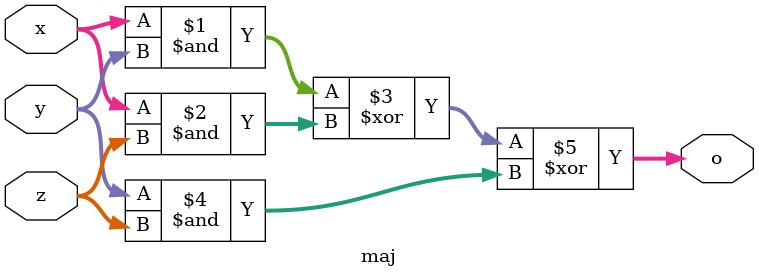
<source format=v>
`timescale 1ns / 1ps

// ^ bitwise XOR
// {x[start:end] , x[start:end]} concatenate - implements the Right Rotate

module e0 (x, y);
    input [31:0] x;
    output [31:0] y;
    assign y = {x[1:0],x[31:2]} ^ {x[12:0],x[31:13]} ^ {x[21:0],x[31:22]};
endmodule
    
module e1 (x, y);
    input [31:0] x;
    output [31:0] y;
    assign y = {x[5:0],x[31:6]} ^ {x[10:0],x[31:11]} ^ {x[24:0],x[31:25]};
endmodule

module s0 (x, y);
    input [31:0] x;
    output [31:0] y;
    assign y[31:29] = x[6:4] ^ x[17:15];
    assign y[28:0] = {x[3:0], x[31:7]} ^ {x[14:0],x[31:18]} ^ x[31:3];
endmodule
    
module s1 (x, y);
    input [31:0] x;
    output [31:0] y;
    assign y[31:22] = x[16:7] ^ x[18:9];
    assign y[21:0] = {x[6:0],x[31:17]} ^ {x[8:0],x[31:19]} ^ x[31:10];
endmodule
    
module ch (x, y, z, o);
    input [31:0] x, y, z;
    output [31:0] o;
    assign o = (x & y) ^ (!x & z);
    //assign o = z ^ (x & (y ^ z));
endmodule
    
module maj (x, y, z, o);
    input [31:0] x, y, z;
    output [31:0] o;
    assign o = (x & y) ^ (x & z) ^ (y & z);
    //assign o = (x & y) | (z & (x | y));
endmodule
    



</source>
